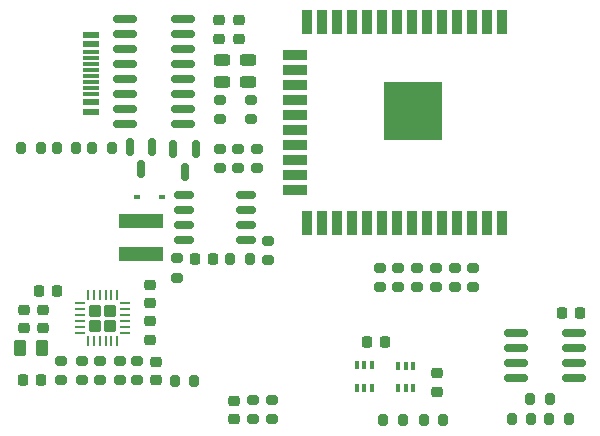
<source format=gtp>
G04 #@! TF.GenerationSoftware,KiCad,Pcbnew,6.0.6+dfsg-1~bpo11+1*
G04 #@! TF.CreationDate,2022-07-19T19:35:54+02:00*
G04 #@! TF.ProjectId,EnergyMeter,456e6572-6779-44d6-9574-65722e6b6963,rev?*
G04 #@! TF.SameCoordinates,Original*
G04 #@! TF.FileFunction,Paste,Top*
G04 #@! TF.FilePolarity,Positive*
%FSLAX46Y46*%
G04 Gerber Fmt 4.6, Leading zero omitted, Abs format (unit mm)*
G04 Created by KiCad (PCBNEW 6.0.6+dfsg-1~bpo11+1) date 2022-07-19 19:35:54*
%MOMM*%
%LPD*%
G01*
G04 APERTURE LIST*
G04 Aperture macros list*
%AMRoundRect*
0 Rectangle with rounded corners*
0 $1 Rounding radius*
0 $2 $3 $4 $5 $6 $7 $8 $9 X,Y pos of 4 corners*
0 Add a 4 corners polygon primitive as box body*
4,1,4,$2,$3,$4,$5,$6,$7,$8,$9,$2,$3,0*
0 Add four circle primitives for the rounded corners*
1,1,$1+$1,$2,$3*
1,1,$1+$1,$4,$5*
1,1,$1+$1,$6,$7*
1,1,$1+$1,$8,$9*
0 Add four rect primitives between the rounded corners*
20,1,$1+$1,$2,$3,$4,$5,0*
20,1,$1+$1,$4,$5,$6,$7,0*
20,1,$1+$1,$6,$7,$8,$9,0*
20,1,$1+$1,$8,$9,$2,$3,0*%
G04 Aperture macros list end*
%ADD10RoundRect,0.150000X-0.675000X-0.150000X0.675000X-0.150000X0.675000X0.150000X-0.675000X0.150000X0*%
%ADD11RoundRect,0.225000X-0.250000X0.225000X-0.250000X-0.225000X0.250000X-0.225000X0.250000X0.225000X0*%
%ADD12R,0.900000X2.000000*%
%ADD13R,2.000000X0.900000*%
%ADD14R,5.000000X5.000000*%
%ADD15RoundRect,0.200000X0.200000X0.275000X-0.200000X0.275000X-0.200000X-0.275000X0.200000X-0.275000X0*%
%ADD16RoundRect,0.200000X0.275000X-0.200000X0.275000X0.200000X-0.275000X0.200000X-0.275000X-0.200000X0*%
%ADD17RoundRect,0.200000X-0.200000X-0.275000X0.200000X-0.275000X0.200000X0.275000X-0.200000X0.275000X0*%
%ADD18RoundRect,0.150000X-0.825000X-0.150000X0.825000X-0.150000X0.825000X0.150000X-0.825000X0.150000X0*%
%ADD19RoundRect,0.225000X-0.225000X-0.250000X0.225000X-0.250000X0.225000X0.250000X-0.225000X0.250000X0*%
%ADD20R,3.700000X1.200000*%
%ADD21RoundRect,0.225000X0.250000X-0.225000X0.250000X0.225000X-0.250000X0.225000X-0.250000X-0.225000X0*%
%ADD22R,1.450000X0.600000*%
%ADD23R,1.450000X0.300000*%
%ADD24RoundRect,0.200000X-0.275000X0.200000X-0.275000X-0.200000X0.275000X-0.200000X0.275000X0.200000X0*%
%ADD25RoundRect,0.243750X-0.456250X0.243750X-0.456250X-0.243750X0.456250X-0.243750X0.456250X0.243750X0*%
%ADD26RoundRect,0.250000X-0.262500X-0.450000X0.262500X-0.450000X0.262500X0.450000X-0.262500X0.450000X0*%
%ADD27RoundRect,0.250000X0.275000X0.275000X-0.275000X0.275000X-0.275000X-0.275000X0.275000X-0.275000X0*%
%ADD28RoundRect,0.062500X0.350000X0.062500X-0.350000X0.062500X-0.350000X-0.062500X0.350000X-0.062500X0*%
%ADD29RoundRect,0.062500X0.062500X0.350000X-0.062500X0.350000X-0.062500X-0.350000X0.062500X-0.350000X0*%
%ADD30RoundRect,0.225000X0.225000X0.250000X-0.225000X0.250000X-0.225000X-0.250000X0.225000X-0.250000X0*%
%ADD31RoundRect,0.150000X-0.150000X0.587500X-0.150000X-0.587500X0.150000X-0.587500X0.150000X0.587500X0*%
%ADD32RoundRect,0.150000X0.825000X0.150000X-0.825000X0.150000X-0.825000X-0.150000X0.825000X-0.150000X0*%
%ADD33R,0.600000X0.450000*%
%ADD34R,0.400000X0.650000*%
G04 APERTURE END LIST*
D10*
G04 #@! TO.C,U2*
X42925000Y-39345000D03*
X42925000Y-40615000D03*
X42925000Y-41885000D03*
X42925000Y-43155000D03*
X48175000Y-43155000D03*
X48175000Y-41885000D03*
X48175000Y-40615000D03*
X48175000Y-39345000D03*
G04 #@! TD*
D11*
G04 #@! TO.C,C11*
X29400000Y-49025000D03*
X29400000Y-50575000D03*
G04 #@! TD*
D12*
G04 #@! TO.C,U1*
X69855000Y-24700000D03*
X68585000Y-24700000D03*
X67315000Y-24700000D03*
X66045000Y-24700000D03*
X64775000Y-24700000D03*
X63505000Y-24700000D03*
X62235000Y-24700000D03*
X60965000Y-24700000D03*
X59695000Y-24700000D03*
X58425000Y-24700000D03*
X57155000Y-24700000D03*
X55885000Y-24700000D03*
X54615000Y-24700000D03*
X53345000Y-24700000D03*
D13*
X52345000Y-27485000D03*
X52345000Y-28755000D03*
X52345000Y-30025000D03*
X52345000Y-31295000D03*
X52345000Y-32565000D03*
X52345000Y-33835000D03*
X52345000Y-35105000D03*
X52345000Y-36375000D03*
X52345000Y-37645000D03*
X52345000Y-38915000D03*
D12*
X53345000Y-41700000D03*
X54615000Y-41700000D03*
X55885000Y-41700000D03*
X57155000Y-41700000D03*
X58425000Y-41700000D03*
X59695000Y-41700000D03*
X60965000Y-41700000D03*
X62235000Y-41700000D03*
X63505000Y-41700000D03*
X64775000Y-41700000D03*
X66045000Y-41700000D03*
X67315000Y-41700000D03*
X68585000Y-41700000D03*
X69855000Y-41700000D03*
D14*
X62355000Y-32200000D03*
G04 #@! TD*
D15*
G04 #@! TO.C,R3*
X48525000Y-44775000D03*
X46875000Y-44775000D03*
G04 #@! TD*
D16*
G04 #@! TO.C,R18*
X50400000Y-58325000D03*
X50400000Y-56675000D03*
G04 #@! TD*
D17*
G04 #@! TO.C,R9*
X35175000Y-35300000D03*
X36825000Y-35300000D03*
G04 #@! TD*
D18*
G04 #@! TO.C,U5*
X71025000Y-50995000D03*
X71025000Y-52265000D03*
X71025000Y-53535000D03*
X71025000Y-54805000D03*
X75975000Y-54805000D03*
X75975000Y-53535000D03*
X75975000Y-52265000D03*
X75975000Y-50995000D03*
G04 #@! TD*
D16*
G04 #@! TO.C,R28*
X42350000Y-46325000D03*
X42350000Y-44675000D03*
G04 #@! TD*
D19*
G04 #@! TO.C,C12*
X29325000Y-55000000D03*
X30875000Y-55000000D03*
G04 #@! TD*
D17*
G04 #@! TO.C,R7*
X29175000Y-35300000D03*
X30825000Y-35300000D03*
G04 #@! TD*
D11*
G04 #@! TO.C,C14*
X40100000Y-46950000D03*
X40100000Y-48500000D03*
G04 #@! TD*
D20*
G04 #@! TO.C,L1*
X39300000Y-44300000D03*
X39300000Y-41500000D03*
G04 #@! TD*
D21*
G04 #@! TO.C,C18*
X47200000Y-58275000D03*
X47200000Y-56725000D03*
G04 #@! TD*
D16*
G04 #@! TO.C,R13*
X64300000Y-47125000D03*
X64300000Y-45475000D03*
G04 #@! TD*
G04 #@! TO.C,R24*
X39000000Y-55025000D03*
X39000000Y-53375000D03*
G04 #@! TD*
D17*
G04 #@! TO.C,R19*
X42175000Y-55100000D03*
X43825000Y-55100000D03*
G04 #@! TD*
D15*
G04 #@! TO.C,R25*
X72325000Y-58300000D03*
X70675000Y-58300000D03*
G04 #@! TD*
D22*
G04 #@! TO.C,J5*
X35045000Y-25750000D03*
X35045000Y-26550000D03*
D23*
X35045000Y-27750000D03*
X35045000Y-28750000D03*
X35045000Y-29250000D03*
X35045000Y-30250000D03*
D22*
X35045000Y-31450000D03*
X35045000Y-32250000D03*
X35045000Y-32250000D03*
X35045000Y-31450000D03*
D23*
X35045000Y-30750000D03*
X35045000Y-29750000D03*
X35045000Y-28250000D03*
X35045000Y-27250000D03*
D22*
X35045000Y-26550000D03*
X35045000Y-25750000D03*
G04 #@! TD*
D24*
G04 #@! TO.C,R30*
X49100000Y-35400000D03*
X49100000Y-37050000D03*
G04 #@! TD*
D16*
G04 #@! TO.C,R10*
X46000000Y-37050000D03*
X46000000Y-35400000D03*
G04 #@! TD*
G04 #@! TO.C,R16*
X65900000Y-47125000D03*
X65900000Y-45475000D03*
G04 #@! TD*
D24*
G04 #@! TO.C,R21*
X37500000Y-53375000D03*
X37500000Y-55025000D03*
G04 #@! TD*
D19*
G04 #@! TO.C,C2*
X43875000Y-44750000D03*
X45425000Y-44750000D03*
G04 #@! TD*
D25*
G04 #@! TO.C,D1*
X46200000Y-27862500D03*
X46200000Y-29737500D03*
G04 #@! TD*
D16*
G04 #@! TO.C,R4*
X50050000Y-44850000D03*
X50050000Y-43200000D03*
G04 #@! TD*
D11*
G04 #@! TO.C,C4*
X64400000Y-54425000D03*
X64400000Y-55975000D03*
G04 #@! TD*
D26*
G04 #@! TO.C,FB1*
X29087500Y-52300000D03*
X30912500Y-52300000D03*
G04 #@! TD*
D25*
G04 #@! TO.C,D2*
X48400000Y-27862500D03*
X48400000Y-29737500D03*
G04 #@! TD*
D16*
G04 #@! TO.C,R11*
X67400000Y-47125000D03*
X67400000Y-45475000D03*
G04 #@! TD*
D27*
G04 #@! TO.C,U7*
X36700000Y-49100000D03*
X35400000Y-49100000D03*
X35400000Y-50400000D03*
X36700000Y-50400000D03*
D28*
X37987500Y-51000000D03*
X37987500Y-50500000D03*
X37987500Y-50000000D03*
X37987500Y-49500000D03*
X37987500Y-49000000D03*
X37987500Y-48500000D03*
D29*
X37300000Y-47812500D03*
X36800000Y-47812500D03*
X36300000Y-47812500D03*
X35800000Y-47812500D03*
X35300000Y-47812500D03*
X34800000Y-47812500D03*
D28*
X34112500Y-48500000D03*
X34112500Y-49000000D03*
X34112500Y-49500000D03*
X34112500Y-50000000D03*
X34112500Y-50500000D03*
X34112500Y-51000000D03*
D29*
X34800000Y-51687500D03*
X35300000Y-51687500D03*
X35800000Y-51687500D03*
X36300000Y-51687500D03*
X36800000Y-51687500D03*
X37300000Y-51687500D03*
G04 #@! TD*
D16*
G04 #@! TO.C,R12*
X61100000Y-47125000D03*
X61100000Y-45475000D03*
G04 #@! TD*
D21*
G04 #@! TO.C,C15*
X40550000Y-54975000D03*
X40550000Y-53425000D03*
G04 #@! TD*
G04 #@! TO.C,C16*
X40100000Y-51575000D03*
X40100000Y-50025000D03*
G04 #@! TD*
D30*
G04 #@! TO.C,C5*
X59975000Y-51800000D03*
X58425000Y-51800000D03*
G04 #@! TD*
D31*
G04 #@! TO.C,Q2*
X43950000Y-35462500D03*
X42050000Y-35462500D03*
X43000000Y-37337500D03*
G04 #@! TD*
D16*
G04 #@! TO.C,R2*
X48600000Y-32925000D03*
X48600000Y-31275000D03*
G04 #@! TD*
D24*
G04 #@! TO.C,R14*
X59500000Y-45475000D03*
X59500000Y-47125000D03*
G04 #@! TD*
D15*
G04 #@! TO.C,R27*
X75525000Y-58300000D03*
X73875000Y-58300000D03*
G04 #@! TD*
D30*
G04 #@! TO.C,C6*
X76475000Y-49300000D03*
X74925000Y-49300000D03*
G04 #@! TD*
D24*
G04 #@! TO.C,R20*
X35800000Y-53375000D03*
X35800000Y-55025000D03*
G04 #@! TD*
D32*
G04 #@! TO.C,U6*
X42875000Y-33345000D03*
X42875000Y-32075000D03*
X42875000Y-30805000D03*
X42875000Y-29535000D03*
X42875000Y-28265000D03*
X42875000Y-26995000D03*
X42875000Y-25725000D03*
X42875000Y-24455000D03*
X37925000Y-24455000D03*
X37925000Y-25725000D03*
X37925000Y-26995000D03*
X37925000Y-28265000D03*
X37925000Y-29535000D03*
X37925000Y-30805000D03*
X37925000Y-32075000D03*
X37925000Y-33345000D03*
G04 #@! TD*
D24*
G04 #@! TO.C,R23*
X34300000Y-53375000D03*
X34300000Y-55025000D03*
G04 #@! TD*
D33*
G04 #@! TO.C,D3*
X41050000Y-39500000D03*
X38950000Y-39500000D03*
G04 #@! TD*
D19*
G04 #@! TO.C,C13*
X30625000Y-47450000D03*
X32175000Y-47450000D03*
G04 #@! TD*
D16*
G04 #@! TO.C,R1*
X46000000Y-32925000D03*
X46000000Y-31275000D03*
G04 #@! TD*
D17*
G04 #@! TO.C,R5*
X59825000Y-58370000D03*
X61475000Y-58370000D03*
G04 #@! TD*
D31*
G04 #@! TO.C,Q1*
X40250000Y-35262500D03*
X38350000Y-35262500D03*
X39300000Y-37137500D03*
G04 #@! TD*
D11*
G04 #@! TO.C,C17*
X31000000Y-49025000D03*
X31000000Y-50575000D03*
G04 #@! TD*
D15*
G04 #@! TO.C,R26*
X73925000Y-56600000D03*
X72275000Y-56600000D03*
G04 #@! TD*
D11*
G04 #@! TO.C,C9*
X47600000Y-24525000D03*
X47600000Y-26075000D03*
G04 #@! TD*
D34*
G04 #@! TO.C,U4*
X57550000Y-55650000D03*
X58200000Y-55650000D03*
X58850000Y-55650000D03*
X58850000Y-53750000D03*
X58200000Y-53750000D03*
X57550000Y-53750000D03*
G04 #@! TD*
D24*
G04 #@! TO.C,R29*
X47550000Y-35400000D03*
X47550000Y-37050000D03*
G04 #@! TD*
D16*
G04 #@! TO.C,R17*
X48800000Y-58325000D03*
X48800000Y-56675000D03*
G04 #@! TD*
D15*
G04 #@! TO.C,R8*
X33825000Y-35300000D03*
X32175000Y-35300000D03*
G04 #@! TD*
D34*
G04 #@! TO.C,U3*
X61050000Y-55657500D03*
X61700000Y-55657500D03*
X62350000Y-55657500D03*
X62350000Y-53757500D03*
X61700000Y-53757500D03*
X61050000Y-53757500D03*
G04 #@! TD*
D21*
G04 #@! TO.C,C10*
X45900000Y-26075000D03*
X45900000Y-24525000D03*
G04 #@! TD*
D24*
G04 #@! TO.C,R22*
X32500000Y-53375000D03*
X32500000Y-55025000D03*
G04 #@! TD*
D16*
G04 #@! TO.C,R15*
X62700000Y-47125000D03*
X62700000Y-45475000D03*
G04 #@! TD*
D17*
G04 #@! TO.C,R6*
X63225000Y-58370000D03*
X64875000Y-58370000D03*
G04 #@! TD*
M02*

</source>
